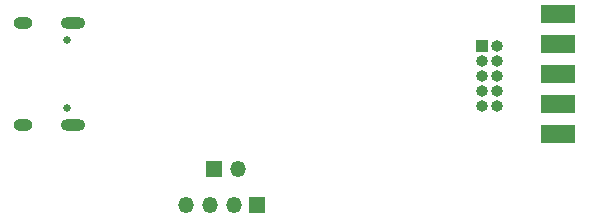
<source format=gbr>
%TF.GenerationSoftware,KiCad,Pcbnew,(5.1.9-0-10_14)*%
%TF.CreationDate,2021-03-12T08:38:00+08:00*%
%TF.ProjectId,jlinkob,6a6c696e-6b6f-4622-9e6b-696361645f70,rev?*%
%TF.SameCoordinates,Original*%
%TF.FileFunction,Soldermask,Bot*%
%TF.FilePolarity,Negative*%
%FSLAX46Y46*%
G04 Gerber Fmt 4.6, Leading zero omitted, Abs format (unit mm)*
G04 Created by KiCad (PCBNEW (5.1.9-0-10_14)) date 2021-03-12 08:38:00*
%MOMM*%
%LPD*%
G01*
G04 APERTURE LIST*
%ADD10R,2.999994X1.519936*%
%ADD11O,1.350000X1.350000*%
%ADD12R,1.350000X1.350000*%
%ADD13O,1.000000X1.000000*%
%ADD14R,1.000000X1.000000*%
%ADD15O,2.100000X1.000000*%
%ADD16C,0.650000*%
%ADD17O,1.600000X1.000000*%
G04 APERTURE END LIST*
D10*
%TO.C,J4*%
X147199394Y-92329746D03*
X147199394Y-89789746D03*
X147199394Y-87249746D03*
X147199394Y-84709746D03*
X147199394Y-82169746D03*
%TD*%
D11*
%TO.C,J3*%
X115750000Y-98300000D03*
X117750000Y-98300000D03*
X119750000Y-98300000D03*
D12*
X121750000Y-98300000D03*
%TD*%
D13*
%TO.C,CON1*%
X140735000Y-89910000D03*
X142005000Y-89910000D03*
X140735000Y-88640000D03*
X142005000Y-88640000D03*
X140735000Y-87370000D03*
X142005000Y-87370000D03*
X140735000Y-86100000D03*
X142005000Y-86100000D03*
X142005000Y-84830000D03*
D14*
X140735000Y-84830000D03*
%TD*%
D11*
%TO.C,J2*%
X120070000Y-95230000D03*
D12*
X118070000Y-95230000D03*
%TD*%
D15*
%TO.C,J1*%
X106130000Y-91570000D03*
X106130000Y-82930000D03*
D16*
X105600000Y-84360000D03*
D17*
X101950000Y-82930000D03*
D16*
X105600000Y-90140000D03*
D17*
X101950000Y-91570000D03*
%TD*%
M02*

</source>
